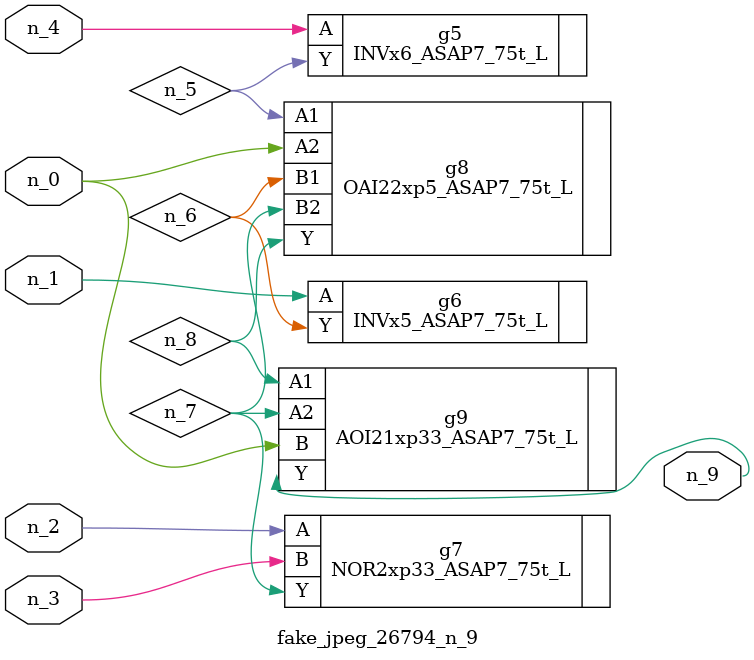
<source format=v>
module fake_jpeg_26794_n_9 (n_3, n_2, n_1, n_0, n_4, n_9);

input n_3;
input n_2;
input n_1;
input n_0;
input n_4;

output n_9;

wire n_8;
wire n_6;
wire n_5;
wire n_7;

INVx6_ASAP7_75t_L g5 ( 
.A(n_4),
.Y(n_5)
);

INVx5_ASAP7_75t_L g6 ( 
.A(n_1),
.Y(n_6)
);

NOR2xp33_ASAP7_75t_L g7 ( 
.A(n_2),
.B(n_3),
.Y(n_7)
);

OAI22xp5_ASAP7_75t_L g8 ( 
.A1(n_5),
.A2(n_0),
.B1(n_6),
.B2(n_7),
.Y(n_8)
);

AOI21xp33_ASAP7_75t_L g9 ( 
.A1(n_8),
.A2(n_7),
.B(n_0),
.Y(n_9)
);


endmodule
</source>
